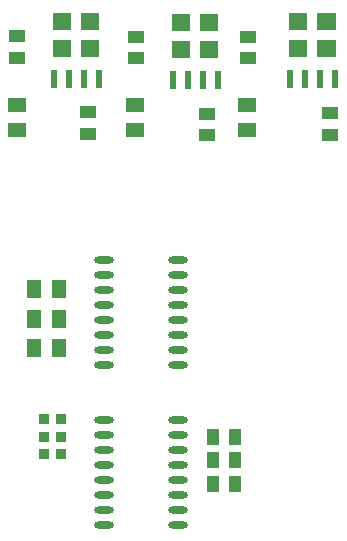
<source format=gtp>
G04*
G04 #@! TF.GenerationSoftware,Altium Limited,Altium Designer,22.11.1 (43)*
G04*
G04 Layer_Color=8421504*
%FSLAX44Y44*%
%MOMM*%
G71*
G04*
G04 #@! TF.SameCoordinates,6F39B8F3-CC53-4608-B2D3-CFCE14ACC53A*
G04*
G04*
G04 #@! TF.FilePolarity,Positive*
G04*
G01*
G75*
%ADD14O,1.6500X0.6000*%
%ADD15R,1.3500X1.0000*%
%ADD16R,1.5000X1.2500*%
%ADD17R,1.4500X1.0500*%
%ADD18R,1.0500X1.4500*%
%ADD19R,0.9000X0.9000*%
%ADD20R,1.2500X1.5000*%
%ADD21R,0.6000X1.6200*%
G36*
X174700Y479300D02*
X159300D01*
Y493600D01*
X174700D01*
Y479300D01*
D02*
G37*
G36*
X150700D02*
X135300D01*
Y493600D01*
X150700D01*
Y479300D01*
D02*
G37*
G36*
X251400Y478600D02*
X236000D01*
Y492900D01*
X251400D01*
Y478600D01*
D02*
G37*
G36*
X174700Y456400D02*
X159300D01*
Y470700D01*
X174700D01*
Y456400D01*
D02*
G37*
G36*
X150700D02*
X135300D01*
Y470700D01*
X150700D01*
Y456400D01*
D02*
G37*
G36*
X251400Y455700D02*
X236000D01*
Y470000D01*
X251400D01*
Y455700D01*
D02*
G37*
G36*
X374700Y479300D02*
X359300D01*
Y493600D01*
X374700D01*
Y479300D01*
D02*
G37*
G36*
X350700D02*
X335300D01*
Y493600D01*
X350700D01*
Y479300D01*
D02*
G37*
G36*
X275400Y478600D02*
X260000D01*
Y492900D01*
X275400D01*
Y478600D01*
D02*
G37*
G36*
X374700Y456400D02*
X359300D01*
Y470700D01*
X374700D01*
Y456400D01*
D02*
G37*
G36*
X350700D02*
X335300D01*
Y470700D01*
X350700D01*
Y456400D01*
D02*
G37*
G36*
X275400Y455700D02*
X260000D01*
Y470000D01*
X275400D01*
Y455700D01*
D02*
G37*
D14*
X241250Y195550D02*
D03*
Y208250D02*
D03*
Y220950D02*
D03*
Y233650D02*
D03*
Y246350D02*
D03*
Y259050D02*
D03*
Y271750D02*
D03*
Y284450D02*
D03*
X178750Y195550D02*
D03*
Y208250D02*
D03*
Y220950D02*
D03*
Y233650D02*
D03*
Y246350D02*
D03*
Y259050D02*
D03*
Y271750D02*
D03*
Y284450D02*
D03*
X241250Y60550D02*
D03*
Y73250D02*
D03*
Y85950D02*
D03*
Y98650D02*
D03*
Y111350D02*
D03*
Y124050D02*
D03*
Y136750D02*
D03*
Y149450D02*
D03*
X178750Y60550D02*
D03*
Y73250D02*
D03*
Y85950D02*
D03*
Y98650D02*
D03*
Y111350D02*
D03*
Y124050D02*
D03*
Y136750D02*
D03*
Y149450D02*
D03*
D15*
X300700Y473300D02*
D03*
Y455300D02*
D03*
X205700Y473300D02*
D03*
Y455300D02*
D03*
X105000Y474000D02*
D03*
Y456000D02*
D03*
D16*
X105000Y415500D02*
D03*
Y394500D02*
D03*
X205000Y415500D02*
D03*
Y394500D02*
D03*
X300000Y415500D02*
D03*
Y394500D02*
D03*
D17*
X165000Y410000D02*
D03*
Y391500D02*
D03*
X370000Y409250D02*
D03*
Y390750D02*
D03*
X265700Y408550D02*
D03*
Y390050D02*
D03*
D18*
X270750Y95000D02*
D03*
X289250D02*
D03*
X270750Y115000D02*
D03*
X289250D02*
D03*
X270750Y135000D02*
D03*
X289250D02*
D03*
D19*
X127500Y150000D02*
D03*
X142500D02*
D03*
X127500Y120000D02*
D03*
X142500D02*
D03*
X127500Y135000D02*
D03*
X142500D02*
D03*
D20*
X119500Y210000D02*
D03*
X140500D02*
D03*
X119500Y235000D02*
D03*
X140500D02*
D03*
X119500Y260000D02*
D03*
X140500D02*
D03*
D21*
X374050Y437900D02*
D03*
X361350D02*
D03*
X348650D02*
D03*
X335950D02*
D03*
X274750Y437200D02*
D03*
X262050D02*
D03*
X249350D02*
D03*
X236650D02*
D03*
X174050Y437900D02*
D03*
X161350D02*
D03*
X148650D02*
D03*
X135950D02*
D03*
M02*

</source>
